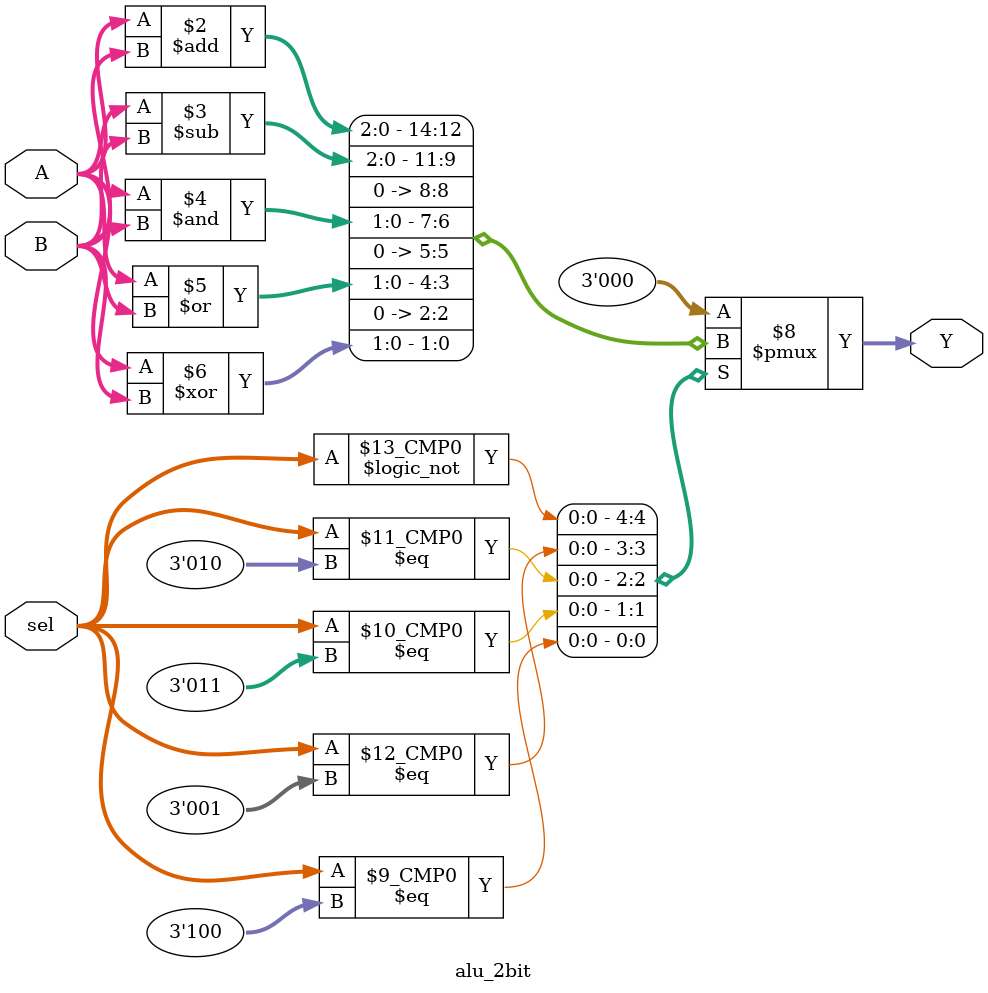
<source format=v>
module alu_2bit (
    input [1:0] A,        // First 2-bit operand
    input [1:0] B,        // Second 2-bit operand
    input [2:0] sel,      // Operation select (control)
    output reg [2:0] Y    // 3-bit output to handle carry
);

always @(*) begin
    case (sel)
        3'b000: Y = A + B;        // Addition
        3'b001: Y = A - B;        // Subtraction
        3'b010: Y = {1'b0, A & B}; // AND
        3'b011: Y = {1'b0, A | B}; // OR
        3'b100: Y = {1'b0, A ^ B}; // XOR
        default: Y = 3'b000;
    endcase
end

endmodule

</source>
